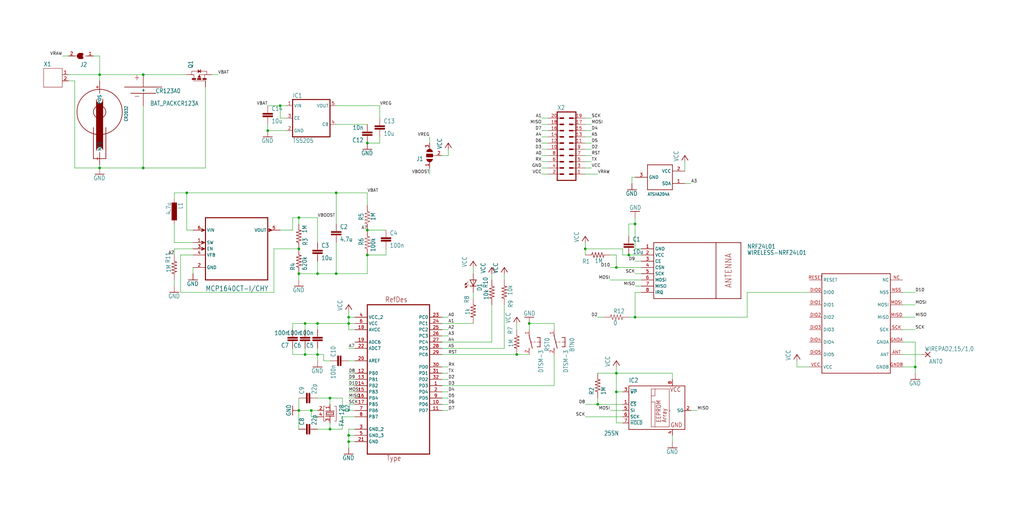
<source format=kicad_sch>
(kicad_sch (version 20230121) (generator eeschema)
  (paper "User" 417.779 210.007)
  (junction (at 40.64 30.48))
  (junction (at 127 167.64))
  (junction (at 210.82 144.78))
  (junction (at 109.22 53.34))
  (junction (at 149.86 93.98))
  (junction (at 259.08 91.44))
  (junction (at 259.08 129.54))
  (junction (at 149.86 58.42))
  (junction (at 238.76 101.6))
  (junction (at 142.24 180.34))
  (junction (at 58.42 30.48))
  (junction (at 124.46 144.78))
  (junction (at 129.54 132.08))
  (junction (at 243.84 165.1))
  (junction (at 134.62 175.26))
  (junction (at 114.3 43.18))
  (junction (at 142.24 132.08))
  (junction (at 76.2 78.74))
  (junction (at 134.62 162.56))
  (junction (at 137.16 111.76))
  (junction (at 137.16 78.74))
  (junction (at 124.46 132.08))
  (junction (at 256.54 104.14))
  (junction (at 215.9 132.08))
  (junction (at 251.46 109.22))
  (junction (at 149.86 104.14))
  (junction (at 121.92 111.76))
  (junction (at 251.46 152.4))
  (junction (at 373.38 149.86))
  (junction (at 129.54 144.78))
  (junction (at 121.92 101.6))
  (junction (at 121.92 88.9))
  (junction (at 58.42 68.58))
  (junction (at 142.24 129.54))
  (junction (at 129.54 111.76))
  (junction (at 40.64 68.58))
  (junction (at 121.92 167.64))
  (junction (at 142.24 177.8))
  (junction (at 251.46 160.02))
  (wire (pts (xy 124.46 132.08) (xy 119.38 132.08)) (stroke (width 0.1524)))
  (wire (pts (xy 254 165.1) (xy 243.84 165.1)) (stroke (width 0.1524)))
  (wire (pts (xy 238.76 58.42) (xy 241.3 58.42)) (stroke (width 0.1524)))
  (wire (pts (xy 58.42 68.58) (xy 83.82 68.58)) (stroke (width 0.1524)))
  (wire (pts (xy 83.82 68.58) (xy 83.82 35.56)) (stroke (width 0.1524)))
  (wire (pts (xy 238.76 71.12) (xy 243.84 71.12)) (stroke (width 0.1524)))
  (wire (pts (xy 129.54 170.18) (xy 127 170.18)) (stroke (width 0.1524)))
  (wire (pts (xy 30.48 33.02) (xy 30.48 68.58)) (stroke (width 0.1524)))
  (wire (pts (xy 144.78 177.8) (xy 142.24 177.8)) (stroke (width 0.1524)))
  (wire (pts (xy 200.66 111.76) (xy 200.66 114.3)) (stroke (width 0.1524)))
  (wire (pts (xy 251.46 172.72) (xy 251.46 160.02)) (stroke (width 0.1524)))
  (wire (pts (xy 142.24 175.26) (xy 142.24 177.8)) (stroke (width 0.1524)))
  (wire (pts (xy 157.48 101.6) (xy 157.48 104.14)) (stroke (width 0.1524)))
  (wire (pts (xy 129.54 132.08) (xy 124.46 132.08)) (stroke (width 0.1524)))
  (wire (pts (xy 144.78 170.18) (xy 139.7 170.18)) (stroke (width 0.1524)))
  (wire (pts (xy 144.78 162.56) (xy 142.24 162.56)) (stroke (width 0.1524)))
  (wire (pts (xy 109.22 43.18) (xy 114.3 43.18)) (stroke (width 0.1524)))
  (wire (pts (xy 137.16 50.8) (xy 149.86 50.8)) (stroke (width 0.1524)))
  (wire (pts (xy 144.78 167.64) (xy 139.7 167.64)) (stroke (width 0.1524)))
  (wire (pts (xy 223.52 50.8) (xy 220.98 50.8)) (stroke (width 0.1524)))
  (wire (pts (xy 144.78 157.48) (xy 142.24 157.48)) (stroke (width 0.1524)))
  (wire (pts (xy 238.76 50.8) (xy 241.3 50.8)) (stroke (width 0.1524)))
  (wire (pts (xy 274.32 152.4) (xy 251.46 152.4)) (stroke (width 0.1524)))
  (wire (pts (xy 254 172.72) (xy 251.46 172.72)) (stroke (width 0.1524)))
  (wire (pts (xy 254 104.14) (xy 254 101.6)) (stroke (width 0.1524)))
  (wire (pts (xy 180.34 157.48) (xy 226.06 157.48)) (stroke (width 0.1524)))
  (wire (pts (xy 119.38 88.9) (xy 121.92 88.9)) (stroke (width 0.1524)))
  (wire (pts (xy 121.92 88.9) (xy 121.92 91.44)) (stroke (width 0.1524)))
  (wire (pts (xy 129.54 167.64) (xy 127 167.64)) (stroke (width 0.1524)))
  (wire (pts (xy 238.76 55.88) (xy 241.3 55.88)) (stroke (width 0.1524)))
  (wire (pts (xy 78.74 111.76) (xy 78.74 109.22)) (stroke (width 0.1524)))
  (wire (pts (xy 330.2 149.86) (xy 325.12 149.86)) (stroke (width 0.1524)))
  (wire (pts (xy 124.46 132.08) (xy 124.46 134.62)) (stroke (width 0.1524)))
  (wire (pts (xy 71.12 78.74) (xy 71.12 81.28)) (stroke (width 0.1524)))
  (wire (pts (xy 238.76 53.34) (xy 241.3 53.34)) (stroke (width 0.1524)))
  (wire (pts (xy 132.08 144.78) (xy 129.54 144.78)) (stroke (width 0.1524)))
  (wire (pts (xy 111.76 119.38) (xy 73.66 119.38)) (stroke (width 0.1524)))
  (wire (pts (xy 71.12 101.6) (xy 71.12 104.14)) (stroke (width 0.1524)))
  (wire (pts (xy 246.38 129.54) (xy 243.84 129.54)) (stroke (width 0.1524)))
  (wire (pts (xy 223.52 71.12) (xy 220.98 71.12)) (stroke (width 0.1524)))
  (wire (pts (xy 251.46 109.22) (xy 248.92 109.22)) (stroke (width 0.1524)))
  (wire (pts (xy 251.46 160.02) (xy 254 160.02)) (stroke (width 0.1524)))
  (wire (pts (xy 243.84 165.1) (xy 238.76 165.1)) (stroke (width 0.1524)))
  (wire (pts (xy 129.54 106.68) (xy 129.54 111.76)) (stroke (width 0.1524)))
  (wire (pts (xy 238.76 101.6) (xy 238.76 104.14)) (stroke (width 0.1524)))
  (wire (pts (xy 180.34 142.24) (xy 205.74 142.24)) (stroke (width 0.1524)))
  (wire (pts (xy 215.9 132.08) (xy 215.9 134.62)) (stroke (width 0.1524)))
  (wire (pts (xy 243.84 152.4) (xy 251.46 152.4)) (stroke (width 0.1524)))
  (wire (pts (xy 259.08 91.44) (xy 259.08 101.6)) (stroke (width 0.1524)))
  (wire (pts (xy 368.3 134.62) (xy 373.38 134.62)) (stroke (width 0.1524)))
  (wire (pts (xy 119.38 144.78) (xy 124.46 144.78)) (stroke (width 0.1524)))
  (wire (pts (xy 261.62 111.76) (xy 259.08 111.76)) (stroke (width 0.1524)))
  (wire (pts (xy 40.64 67.31) (xy 40.64 68.58)) (stroke (width 0.1524)))
  (wire (pts (xy 157.48 104.14) (xy 149.86 104.14)) (stroke (width 0.1524)))
  (wire (pts (xy 111.76 101.6) (xy 111.76 119.38)) (stroke (width 0.1524)))
  (wire (pts (xy 180.34 132.08) (xy 193.04 132.08)) (stroke (width 0.1524)))
  (wire (pts (xy 40.64 30.48) (xy 58.42 30.48)) (stroke (width 0.1524)))
  (wire (pts (xy 121.92 167.64) (xy 121.92 175.26)) (stroke (width 0.1524)))
  (wire (pts (xy 274.32 154.94) (xy 274.32 152.4)) (stroke (width 0.1524)))
  (wire (pts (xy 259.08 119.38) (xy 259.08 129.54)) (stroke (width 0.1524)))
  (wire (pts (xy 256.54 104.14) (xy 261.62 104.14)) (stroke (width 0.1524)))
  (wire (pts (xy 121.92 162.56) (xy 121.92 167.64)) (stroke (width 0.1524)))
  (wire (pts (xy 180.34 165.1) (xy 182.88 165.1)) (stroke (width 0.1524)))
  (wire (pts (xy 149.86 93.98) (xy 157.48 93.98)) (stroke (width 0.1524)))
  (wire (pts (xy 259.08 101.6) (xy 261.62 101.6)) (stroke (width 0.1524)))
  (wire (pts (xy 144.78 175.26) (xy 142.24 175.26)) (stroke (width 0.1524)))
  (wire (pts (xy 205.74 142.24) (xy 205.74 124.46)) (stroke (width 0.1524)))
  (wire (pts (xy 254 170.18) (xy 238.76 170.18)) (stroke (width 0.1524)))
  (wire (pts (xy 71.12 116.84) (xy 71.12 114.3)) (stroke (width 0.1524)))
  (wire (pts (xy 154.94 58.42) (xy 149.86 58.42)) (stroke (width 0.1524)))
  (wire (pts (xy 137.16 78.74) (xy 149.86 78.74)) (stroke (width 0.1524)))
  (wire (pts (xy 129.54 144.78) (xy 129.54 147.32)) (stroke (width 0.1524)))
  (wire (pts (xy 248.92 104.14) (xy 251.46 104.14)) (stroke (width 0.1524)))
  (wire (pts (xy 119.38 142.24) (xy 119.38 144.78)) (stroke (width 0.1524)))
  (wire (pts (xy 137.16 78.74) (xy 76.2 78.74)) (stroke (width 0.1524)))
  (wire (pts (xy 281.94 167.64) (xy 284.48 167.64)) (stroke (width 0.1524)))
  (wire (pts (xy 238.76 48.26) (xy 241.3 48.26)) (stroke (width 0.1524)))
  (wire (pts (xy 223.52 60.96) (xy 220.98 60.96)) (stroke (width 0.1524)))
  (wire (pts (xy 180.34 63.5) (xy 182.88 63.5)) (stroke (width 0.1524)))
  (wire (pts (xy 58.42 68.58) (xy 58.42 43.18)) (stroke (width 0.1524)))
  (wire (pts (xy 134.62 147.32) (xy 132.08 147.32)) (stroke (width 0.1524)))
  (wire (pts (xy 182.88 129.54) (xy 180.34 129.54)) (stroke (width 0.1524)))
  (wire (pts (xy 27.94 33.02) (xy 30.48 33.02)) (stroke (width 0.1524)))
  (wire (pts (xy 180.34 152.4) (xy 182.88 152.4)) (stroke (width 0.1524)))
  (wire (pts (xy 114.3 93.98) (xy 119.38 93.98)) (stroke (width 0.1524)))
  (wire (pts (xy 134.62 175.26) (xy 129.54 175.26)) (stroke (width 0.1524)))
  (wire (pts (xy 368.3 119.38) (xy 373.38 119.38)) (stroke (width 0.1524)))
  (wire (pts (xy 180.34 167.64) (xy 182.88 167.64)) (stroke (width 0.1524)))
  (wire (pts (xy 368.3 139.7) (xy 373.38 139.7)) (stroke (width 0.1524)))
  (wire (pts (xy 180.34 139.7) (xy 200.66 139.7)) (stroke (width 0.1524)))
  (wire (pts (xy 139.7 167.64) (xy 139.7 162.56)) (stroke (width 0.1524)))
  (wire (pts (xy 144.78 129.54) (xy 142.24 129.54)) (stroke (width 0.1524)))
  (wire (pts (xy 144.78 154.94) (xy 142.24 154.94)) (stroke (width 0.1524)))
  (wire (pts (xy 139.7 162.56) (xy 134.62 162.56)) (stroke (width 0.1524)))
  (wire (pts (xy 129.54 111.76) (xy 121.92 111.76)) (stroke (width 0.1524)))
  (wire (pts (xy 180.34 162.56) (xy 182.88 162.56)) (stroke (width 0.1524)))
  (wire (pts (xy 180.34 149.86) (xy 182.88 149.86)) (stroke (width 0.1524)))
  (wire (pts (xy 254 167.64) (xy 248.92 167.64)) (stroke (width 0.1524)))
  (wire (pts (xy 193.04 109.22) (xy 193.04 111.76)) (stroke (width 0.1524)))
  (wire (pts (xy 78.74 93.98) (xy 76.2 93.98)) (stroke (width 0.1524)))
  (wire (pts (xy 180.34 137.16) (xy 182.88 137.16)) (stroke (width 0.1524)))
  (wire (pts (xy 226.06 132.08) (xy 215.9 132.08)) (stroke (width 0.1524)))
  (wire (pts (xy 373.38 149.86) (xy 373.38 139.7)) (stroke (width 0.1524)))
  (wire (pts (xy 142.24 129.54) (xy 142.24 127)) (stroke (width 0.1524)))
  (wire (pts (xy 154.94 55.88) (xy 154.94 58.42)) (stroke (width 0.1524)))
  (wire (pts (xy 373.38 152.4) (xy 373.38 149.86)) (stroke (width 0.1524)))
  (wire (pts (xy 223.52 66.04) (xy 220.98 66.04)) (stroke (width 0.1524)))
  (wire (pts (xy 256.54 104.14) (xy 254 104.14)) (stroke (width 0.1524)))
  (wire (pts (xy 368.3 149.86) (xy 373.38 149.86)) (stroke (width 0.1524)))
  (wire (pts (xy 144.78 160.02) (xy 142.24 160.02)) (stroke (width 0.1524)))
  (wire (pts (xy 304.8 129.54) (xy 259.08 129.54)) (stroke (width 0.1524)))
  (wire (pts (xy 238.76 60.96) (xy 241.3 60.96)) (stroke (width 0.1524)))
  (wire (pts (xy 40.64 22.86) (xy 40.64 30.48)) (stroke (width 0.1524)))
  (wire (pts (xy 137.16 99.06) (xy 137.16 111.76)) (stroke (width 0.1524)))
  (wire (pts (xy 261.62 119.38) (xy 259.08 119.38)) (stroke (width 0.1524)))
  (wire (pts (xy 58.42 30.48) (xy 76.2 30.48)) (stroke (width 0.1524)))
  (wire (pts (xy 121.92 101.6) (xy 111.76 101.6)) (stroke (width 0.1524)))
  (wire (pts (xy 38.1 22.86) (xy 40.64 22.86)) (stroke (width 0.1524)))
  (wire (pts (xy 144.78 134.62) (xy 142.24 134.62)) (stroke (width 0.1524)))
  (wire (pts (xy 40.64 33.02) (xy 40.64 30.48)) (stroke (width 0.1524)))
  (wire (pts (xy 114.3 43.18) (xy 116.84 43.18)) (stroke (width 0.1524)))
  (wire (pts (xy 139.7 170.18) (xy 139.7 175.26)) (stroke (width 0.1524)))
  (wire (pts (xy 256.54 91.44) (xy 259.08 91.44)) (stroke (width 0.1524)))
  (wire (pts (xy 274.32 180.34) (xy 274.32 177.8)) (stroke (width 0.1524)))
  (wire (pts (xy 259.08 116.84) (xy 261.62 116.84)) (stroke (width 0.1524)))
  (wire (pts (xy 73.66 119.38) (xy 73.66 104.14)) (stroke (width 0.1524)))
  (wire (pts (xy 137.16 91.44) (xy 137.16 78.74)) (stroke (width 0.1524)))
  (wire (pts (xy 116.84 48.26) (xy 114.3 48.26)) (stroke (width 0.1524)))
  (wire (pts (xy 257.81 72.39) (xy 257.81 74.93)) (stroke (width 0.1524)))
  (wire (pts (xy 121.92 88.9) (xy 129.54 88.9)) (stroke (width 0.1524)))
  (wire (pts (xy 134.62 162.56) (xy 134.62 165.1)) (stroke (width 0.1524)))
  (wire (pts (xy 223.52 55.88) (xy 220.98 55.88)) (stroke (width 0.1524)))
  (wire (pts (xy 71.12 99.06) (xy 71.12 91.44)) (stroke (width 0.1524)))
  (wire (pts (xy 144.78 152.4) (xy 142.24 152.4)) (stroke (width 0.1524)))
  (wire (pts (xy 238.76 63.5) (xy 241.3 63.5)) (stroke (width 0.1524)))
  (wire (pts (xy 226.06 134.62) (xy 226.06 132.08)) (stroke (width 0.1524)))
  (wire (pts (xy 129.54 142.24) (xy 129.54 144.78)) (stroke (width 0.1524)))
  (wire (pts (xy 243.84 162.56) (xy 243.84 165.1)) (stroke (width 0.1524)))
  (wire (pts (xy 78.74 101.6) (xy 71.12 101.6)) (stroke (width 0.1524)))
  (wire (pts (xy 259.08 72.39) (xy 257.81 72.39)) (stroke (width 0.1524)))
  (wire (pts (xy 180.34 154.94) (xy 182.88 154.94)) (stroke (width 0.1524)))
  (wire (pts (xy 259.08 106.68) (xy 261.62 106.68)) (stroke (width 0.1524)))
  (wire (pts (xy 30.48 68.58) (xy 40.64 68.58)) (stroke (width 0.1524)))
  (wire (pts (xy 27.94 30.48) (xy 40.64 30.48)) (stroke (width 0.1524)))
  (wire (pts (xy 124.46 142.24) (xy 124.46 144.78)) (stroke (width 0.1524)))
  (wire (pts (xy 304.8 119.38) (xy 304.8 129.54)) (stroke (width 0.1524)))
  (wire (pts (xy 223.52 53.34) (xy 220.98 53.34)) (stroke (width 0.1524)))
  (wire (pts (xy 248.92 114.3) (xy 261.62 114.3)) (stroke (width 0.1524)))
  (wire (pts (xy 238.76 101.6) (xy 238.76 99.06)) (stroke (width 0.1524)))
  (wire (pts (xy 144.78 132.08) (xy 142.24 132.08)) (stroke (width 0.1524)))
  (wire (pts (xy 142.24 134.62) (xy 142.24 132.08)) (stroke (width 0.1524)))
  (wire (pts (xy 27.94 22.86) (xy 25.4 22.86)) (stroke (width 0.1524)))
  (wire (pts (xy 149.86 78.74) (xy 149.86 83.82)) (stroke (width 0.1524)))
  (wire (pts (xy 76.2 93.98) (xy 76.2 78.74)) (stroke (width 0.1524)))
  (wire (pts (xy 175.26 58.42) (xy 175.26 55.88)) (stroke (width 0.1524)))
  (wire (pts (xy 142.24 132.08) (xy 129.54 132.08)) (stroke (width 0.1524)))
  (wire (pts (xy 223.52 58.42) (xy 220.98 58.42)) (stroke (width 0.1524)))
  (wire (pts (xy 223.52 63.5) (xy 220.98 63.5)) (stroke (width 0.1524)))
  (wire (pts (xy 238.76 68.58) (xy 241.3 68.58)) (stroke (width 0.1524)))
  (wire (pts (xy 205.74 111.76) (xy 205.74 114.3)) (stroke (width 0.1524)))
  (wire (pts (xy 154.94 43.18) (xy 154.94 48.26)) (stroke (width 0.1524)))
  (wire (pts (xy 86.36 30.48) (xy 88.9 30.48)) (stroke (width 0.1524)))
  (wire (pts (xy 137.16 43.18) (xy 154.94 43.18)) (stroke (width 0.1524)))
  (wire (pts (xy 226.06 157.48) (xy 226.06 144.78)) (stroke (width 0.1524)))
  (wire (pts (xy 114.3 48.26) (xy 114.3 43.18)) (stroke (width 0.1524)))
  (wire (pts (xy 109.22 53.34) (xy 116.84 53.34)) (stroke (width 0.1524)))
  (wire (pts (xy 251.46 109.22) (xy 261.62 109.22)) (stroke (width 0.1524)))
  (wire (pts (xy 142.24 180.34) (xy 142.24 182.88)) (stroke (width 0.1524)))
  (wire (pts (xy 129.54 132.08) (xy 129.54 134.62)) (stroke (width 0.1524)))
  (wire (pts (xy 210.82 144.78) (xy 180.34 144.78)) (stroke (width 0.1524)))
  (wire (pts (xy 127 167.64) (xy 121.92 167.64)) (stroke (width 0.1524)))
  (wire (pts (xy 259.08 91.44) (xy 259.08 88.9)) (stroke (width 0.1524)))
  (wire (pts (xy 254 101.6) (xy 238.76 101.6)) (stroke (width 0.1524)))
  (wire (pts (xy 137.16 111.76) (xy 129.54 111.76)) (stroke (width 0.1524)))
  (wire (pts (xy 144.78 180.34) (xy 142.24 180.34)) (stroke (width 0.1524)))
  (wire (pts (xy 144.78 147.32) (xy 142.24 147.32)) (stroke (width 0.1524)))
  (wire (pts (xy 78.74 99.06) (xy 71.12 99.06)) (stroke (width 0.1524)))
  (wire (pts (xy 134.62 162.56) (xy 129.54 162.56)) (stroke (width 0.1524)))
  (wire (pts (xy 119.38 132.08) (xy 119.38 134.62)) (stroke (width 0.1524)))
  (wire (pts (xy 193.04 121.92) (xy 193.04 119.38)) (stroke (width 0.1524)))
  (wire (pts (xy 182.88 63.5) (xy 182.88 60.96)) (stroke (width 0.1524)))
  (wire (pts (xy 73.66 104.14) (xy 78.74 104.14)) (stroke (width 0.1524)))
  (wire (pts (xy 149.86 111.76) (xy 149.86 104.14)) (stroke (width 0.1524)))
  (wire (pts (xy 259.08 129.54) (xy 256.54 129.54)) (stroke (width 0.1524)))
  (wire (pts (xy 210.82 132.08) (xy 210.82 134.62)) (stroke (width 0.1524)))
  (wire (pts (xy 129.54 88.9) (xy 129.54 99.06)) (stroke (width 0.1524)))
  (wire (pts (xy 279.4 74.93) (xy 281.94 74.93)) (stroke (width 0.1524)))
  (wire (pts (xy 368.3 144.78) (xy 375.92 144.78)) (stroke (width 0.1524)))
  (wire (pts (xy 134.62 175.26) (xy 134.62 172.72)) (stroke (width 0.1524)))
  (wire (pts (xy 109.22 50.8) (xy 109.22 53.34)) (stroke (width 0.1524)))
  (wire (pts (xy 142.24 132.08) (xy 142.24 129.54)) (stroke (width 0.1524)))
  (wire (pts (xy 127 170.18) (xy 127 167.64)) (stroke (width 0.1524)))
  (wire (pts (xy 223.52 68.58) (xy 220.98 68.58)) (stroke (width 0.1524)))
  (wire (pts (xy 144.78 142.24) (xy 142.24 142.24)) (stroke (width 0.1524)))
  (wire (pts (xy 76.2 78.74) (xy 71.12 78.74)) (stroke (width 0.1524)))
  (wire (pts (xy 144.78 165.1) (xy 142.24 165.1)) (stroke (width 0.1524)))
  (wire (pts (xy 210.82 144.78) (xy 215.9 144.78)) (stroke (width 0.1524)))
  (wire (pts (xy 368.3 124.46) (xy 373.38 124.46)) (stroke (width 0.1524)))
  (wire (pts (xy 330.2 119.38) (xy 304.8 119.38)) (stroke (width 0.1524)))
  (wire (pts (xy 256.54 96.52) (xy 256.54 91.44)) (stroke (width 0.1524)))
  (wire (pts (xy 132.08 147.32) (xy 132.08 144.78)) (stroke (width 0.1524)))
  (wire (pts (xy 180.34 160.02) (xy 182.88 160.02)) (stroke (width 0.1524)))
  (wire (pts (xy 368.3 129.54) (xy 373.38 129.54)) (stroke (width 0.1524)))
  (wire (pts (xy 58.42 68.58) (xy 40.64 68.58)) (stroke (width 0.1524)))
  (wire (pts (xy 121.92 114.3) (xy 121.92 111.76)) (stroke (width 0.1524)))
  (wire (pts (xy 200.66 139.7) (xy 200.66 124.46)) (stroke (width 0.1524)))
  (wire (pts (xy 279.4 69.85) (xy 279.4 66.04)) (stroke (width 0.1524)))
  (wire (pts (xy 251.46 152.4) (xy 251.46 160.02)) (stroke (width 0.1524)))
  (wire (pts (xy 325.12 149.86) (xy 325.12 147.32)) (stroke (width 0.1524)))
  (wire (pts (xy 238.76 66.04) (xy 241.3 66.04)) (stroke (width 0.1524)))
  (wire (pts (xy 142.24 177.8) (xy 142.24 180.34)) (stroke (width 0.1524)))
  (wire (pts (xy 223.52 48.26) (xy 220.98 48.26)) (stroke (width 0.1524)))
  (wire (pts (xy 251.46 152.4) (xy 251.46 149.86)) (stroke (width 0.1524)))
  (wire (pts (xy 139.7 175.26) (xy 134.62 175.26)) (stroke (width 0.1524)))
  (wire (pts (xy 251.46 104.14) (xy 251.46 109.22)) (stroke (width 0.1524)))
  (wire (pts (xy 137.16 111.76) (xy 149.86 111.76)) (stroke (width 0.1524)))
  (wire (pts (xy 124.46 144.78) (xy 129.54 144.78)) (stroke (width 0.1524)))
  (wire (pts (xy 180.34 134.62) (xy 182.88 134.62)) (stroke (width 0.1524)))
  (wire (pts (xy 175.26 68.58) (xy 175.26 71.12)) (stroke (width 0.1524)))
  (wire (pts (xy 119.38 93.98) (xy 119.38 88.9)) (stroke (width 0.1524)))
  (label "TX" (at 241.3 66.04 0) (effects (font (size 1.2446 1.2446))))
  (label "VREG" (at 154.94 43.18 0) (effects (font (size 1.2446 1.2446))))
  (label "MOSI" (at 142.24 160.02 0) (effects (font (size 1.2446 1.2446))))
  (label "D9" (at 142.24 154.94 0) (effects (font (size 1.2446 1.2446))))
  (label "A4" (at 220.98 55.88 180) (effects (font (size 1.2446 1.2446))))
  (label "A7" (at 149.86 93.98 180) (effects (font (size 1.2446 1.2446))))
  (label "RST" (at 182.88 144.78 0) (effects (font (size 1.2446 1.2446))))
  (label "TX" (at 182.88 152.4 0) (effects (font (size 1.2446 1.2446))))
  (label "SCK" (at 241.3 48.26 0) (effects (font (size 1.2446 1.2446))))
  (label "SCK" (at 238.76 170.18 180) (effects (font (size 1.2446 1.2446))))
  (label "VBAT" (at 109.22 43.18 180) (effects (font (size 1.2446 1.2446))))
  (label "D2" (at 182.88 154.94 0) (effects (font (size 1.2446 1.2446))))
  (label "A4" (at 182.88 139.7 0) (effects (font (size 1.2446 1.2446))))
  (label "SCK" (at 373.38 134.62 0) (effects (font (size 1.2446 1.2446))))
  (label "RX" (at 220.98 66.04 180) (effects (font (size 1.2446 1.2446))))
  (label "D3" (at 220.98 60.96 180) (effects (font (size 1.2446 1.2446))))
  (label "MISO" (at 220.98 50.8 180) (effects (font (size 1.2446 1.2446))))
  (label "MISO" (at 259.08 116.84 180) (effects (font (size 1.2446 1.2446))))
  (label "VRAW" (at 25.4 22.86 180) (effects (font (size 1.2446 1.2446))))
  (label "D5" (at 182.88 162.56 0) (effects (font (size 1.2446 1.2446))))
  (label "RX" (at 182.88 149.86 0) (effects (font (size 1.2446 1.2446))))
  (label "D4" (at 241.3 53.34 0) (effects (font (size 1.2446 1.2446))))
  (label "MOSI" (at 248.92 114.3 180) (effects (font (size 1.2446 1.2446))))
  (label "D6" (at 182.88 165.1 0) (effects (font (size 1.2446 1.2446))))
  (label "VBAT" (at 149.86 78.74 0) (effects (font (size 1.2446 1.2446))))
  (label "A1" (at 182.88 132.08 0) (effects (font (size 1.2446 1.2446))))
  (label "A0" (at 182.88 129.54 0) (effects (font (size 1.2446 1.2446))))
  (label "GND" (at 220.98 68.58 180) (effects (font (size 1.2446 1.2446))))
  (label "SCK" (at 142.24 165.1 0) (effects (font (size 1.2446 1.2446))))
  (label "VBAT" (at 88.9 30.48 0) (effects (font (size 1.2446 1.2446))))
  (label "SCK" (at 259.08 111.76 180) (effects (font (size 1.2446 1.2446))))
  (label "A1" (at 220.98 48.26 180) (effects (font (size 1.2446 1.2446))))
  (label "VCC" (at 241.3 68.58 0) (effects (font (size 1.2446 1.2446))))
  (label "MOSI" (at 373.38 124.46 0) (effects (font (size 1.2446 1.2446))))
  (label "A5" (at 182.88 142.24 0) (effects (font (size 1.2446 1.2446))))
  (label "MISO" (at 284.48 167.64 0) (effects (font (size 1.2446 1.2446))))
  (label "D7" (at 182.88 167.64 0) (effects (font (size 1.2446 1.2446))))
  (label "A2" (at 182.88 134.62 0) (effects (font (size 1.2446 1.2446))))
  (label "A5" (at 241.3 55.88 0) (effects (font (size 1.2446 1.2446))))
  (label "VCC" (at 220.98 71.12 180) (effects (font (size 1.2446 1.2446))))
  (label "MISO" (at 142.24 162.56 0) (effects (font (size 1.2446 1.2446))))
  (label "D4" (at 182.88 160.02 0) (effects (font (size 1.2446 1.2446))))
  (label "A0" (at 220.98 63.5 180) (effects (font (size 1.2446 1.2446))))
  (label "D10" (at 142.24 157.48 0) (effects (font (size 1.2446 1.2446))))
  (label "D8" (at 238.76 165.1 180) (effects (font (size 1.2446 1.2446))))
  (label "D3" (at 182.88 157.48 0) (effects (font (size 1.2446 1.2446))))
  (label "D10" (at 373.38 119.38 0) (effects (font (size 1.2446 1.2446))))
  (label "D9" (at 259.08 106.68 180) (effects (font (size 1.2446 1.2446))))
  (label "A7" (at 142.24 142.24 0) (effects (font (size 1.2446 1.2446))))
  (label "VBOOST" (at 175.26 71.12 180) (effects (font (size 1.2446 1.2446))))
  (label "D7" (at 220.98 53.34 180) (effects (font (size 1.2446 1.2446))))
  (label "VREG" (at 175.26 55.88 180) (effects (font (size 1.2446 1.2446))))
  (label "MISO" (at 373.38 129.54 0) (effects (font (size 1.2446 1.2446))))
  (label "VBOOST" (at 129.54 88.9 0) (effects (font (size 1.2446 1.2446))))
  (label "D2" (at 243.84 129.54 180) (effects (font (size 1.2446 1.2446))))
  (label "RST" (at 241.3 63.5 0) (effects (font (size 1.2446 1.2446))))
  (label "D2" (at 241.3 60.96 0) (effects (font (size 1.2446 1.2446))))
  (label "A2" (at 71.12 104.14 180) (effects (font (size 1.2446 1.2446))))
  (label "MOSI" (at 241.3 50.8 0) (effects (font (size 1.2446 1.2446))))
  (label "D6" (at 220.98 58.42 180) (effects (font (size 1.2446 1.2446))))
  (label "A3" (at 182.88 137.16 0) (effects (font (size 1.2446 1.2446))))
  (label "A3" (at 281.94 74.93 0) (effects (font (size 1.2446 1.2446))))
  (label "VRAW" (at 243.84 71.12 0) (effects (font (size 1.2446 1.2446))))
  (label "D10" (at 248.92 109.22 180) (effects (font (size 1.2446 1.2446))))
  (label "D5" (at 241.3 58.42 0) (effects (font (size 1.2446 1.2446))))
  (label "D8" (at 142.24 152.4 0) (effects (font (size 1.2446 1.2446))))
  (label "MOSI" (at 248.92 167.64 180) (effects (font (size 1.2446 1.2446))))
  (symbol (lib_id "MySMotherboard-eagle-import:R-US_R0603") (at 193.04 127 270) (unit 1)
    (property "Reference" "R8" (at 189.4586 120.65 0) (effects (font (size 1.778 1.5113)) (justify left bottom)))
    (property "Value" "1k" (at 189.738 125.73 0) (effects (font (size 1.778 1.5113)) (justify left bottom)))
    (property "Footprint" "MySMotherboard:R0603" (effects hide))
  )
  (symbol (lib_id "MySMotherboard-eagle-import:RFM69HW") (at 350.52 119.38 0) (unit 1)
    (property "Reference" "RFM69W0" (effects hide))
    (property "Value" "RFM69HW" (effects hide))
    (property "Footprint" "MySMotherboard:RFM" (effects hide))
  )
  (symbol (lib_id "MySMotherboard-eagle-import:RESISTOR0603-RES") (at 149.86 99.06 90) (unit 1)
    (property "Reference" "R6" (at 148.3614 100.33 0) (effects (font (size 1.778 1.5113)) (justify left bottom)))
    (property "Value" "100k" (at 153.162 102.87 0) (effects (font (size 1.778 1.5113)) (justify left bottom)))
    (property "Footprint" "MySMotherboard:0603-RES" (effects hide))
  )
  (symbol (lib_id "MySMotherboard-eagle-import:BAT_PACKCR123A") (at 58.42 38.1 0) (unit 1)
    (property "Reference" "CR123A0" (at 68.58 38.1 0) (effects (font (size 1.778 1.5113)) (justify bottom)))
    (property "Value" "BAT_PACKCR123A" (at 71.12 43.18 0) (effects (font (size 1.778 1.5113)) (justify bottom)))
    (property "Footprint" "MySMotherboard:BH123A" (effects hide))
  )
  (symbol (lib_id "MySMotherboard-eagle-import:VCC") (at 205.74 109.22 0) (unit 1)
    (property "Reference" "#P+8" (effects hide))
    (property "Value" "VCC" (at 203.2 111.76 90) (effects (font (size 1.778 1.5113)) (justify left bottom)))
  )
  (symbol (lib_id "MySMotherboard-eagle-import:R-US_R0603") (at 243.84 104.14 0) (unit 1)
    (property "Reference" "R1" (at 237.49 107.7214 0) (effects (font (size 1.778 1.5113)) (justify left bottom)))
    (property "Value" "1M" (at 242.57 107.442 0) (effects (font (size 1.778 1.5113)) (justify left bottom)))
    (property "Footprint" "MySMotherboard:R0603" (effects hide))
  )
  (symbol (lib_id "MySMotherboard-eagle-import:C-EUC0603K") (at 154.94 50.8 0) (unit 1)
    (property "Reference" "C13" (at 156.464 50.419 0) (effects (font (size 1.778 1.5113)) (justify left bottom)))
    (property "Value" "10u" (at 156.464 55.499 0) (effects (font (size 1.778 1.5113)) (justify left bottom)))
    (property "Footprint" "MySMotherboard:C0603K" (effects hide))
  )
  (symbol (lib_id "MySMotherboard-eagle-import:GND") (at 257.81 77.47 0) (unit 1)
    (property "Reference" "#GND2" (effects hide))
    (property "Value" "GND" (at 255.27 80.01 0) (effects (font (size 1.778 1.5113)) (justify left bottom)))
  )
  (symbol (lib_id "MySMotherboard-eagle-import:VCC") (at 200.66 109.22 0) (unit 1)
    (property "Reference" "#P+7" (effects hide))
    (property "Value" "VCC" (at 198.12 111.76 90) (effects (font (size 1.778 1.5113)) (justify left bottom)))
  )
  (symbol (lib_id "MySMotherboard-eagle-import:VCC") (at 251.46 147.32 0) (unit 1)
    (property "Reference" "#P+4" (effects hide))
    (property "Value" "VCC" (at 248.92 149.86 90) (effects (font (size 1.778 1.5113)) (justify left bottom)))
  )
  (symbol (lib_id "MySMotherboard-eagle-import:SJ2W") (at 175.26 63.5 180) (unit 1)
    (property "Reference" "J1" (at 172.72 63.881 0) (effects (font (size 1.778 1.5113)) (justify left bottom)))
    (property "Value" "SJ2W" (effects hide))
    (property "Footprint" "MySMotherboard:SJ_2" (effects hide))
  )
  (symbol (lib_id "MySMotherboard-eagle-import:WIREPAD2,15/1,0") (at 378.46 144.78 180) (unit 1)
    (property "Reference" "ANT0" (at 384.683 146.6342 0) (effects (font (size 1.778 1.5113)) (justify left bottom)))
    (property "Value" "WIREPAD2,15/1,0" (at 397.383 141.478 0) (effects (font (size 1.778 1.5113)) (justify left bottom)))
    (property "Footprint" "MySMotherboard:2,15_1,0" (effects hide))
  )
  (symbol (lib_id "MySMotherboard-eagle-import:C-EUC0402") (at 119.38 139.7 180) (unit 1)
    (property "Reference" "C7" (at 117.856 140.081 0) (effects (font (size 1.778 1.5113)) (justify left bottom)))
    (property "Value" "100n" (at 117.856 135.001 0) (effects (font (size 1.778 1.5113)) (justify left bottom)))
    (property "Footprint" "MySMotherboard:C0402" (effects hide))
  )
  (symbol (lib_id "MySMotherboard-eagle-import:R-US_R0603") (at 121.92 96.52 90) (unit 1)
    (property "Reference" "R3" (at 125.5014 100.33 0) (effects (font (size 1.778 1.5113)) (justify left bottom)))
    (property "Value" "1M" (at 125.222 95.25 0) (effects (font (size 1.778 1.5113)) (justify left bottom)))
    (property "Footprint" "MySMotherboard:R0603" (effects hide))
  )
  (symbol (lib_id "MySMotherboard-eagle-import:C-EUC0603K") (at 137.16 93.98 0) (unit 1)
    (property "Reference" "C2" (at 138.684 93.599 0) (effects (font (size 1.778 1.5113)) (justify left bottom)))
    (property "Value" "4.7u" (at 138.684 98.679 0) (effects (font (size 1.778 1.5113)) (justify left bottom)))
    (property "Footprint" "MySMotherboard:C0603K" (effects hide))
  )
  (symbol (lib_id "MySMotherboard-eagle-import:WIRELESS-NRF24L01") (at 284.48 111.76 0) (unit 1)
    (property "Reference" "NRF24L01" (at 304.8 101.6 0) (effects (font (size 1.778 1.5113)) (justify left bottom)))
    (property "Value" "WIRELESS-NRF24L01" (at 304.8 104.14 0) (effects (font (size 1.778 1.5113)) (justify left bottom)))
    (property "Footprint" "MySMotherboard:WIRELESS-NRF24L01" (effects hide))
  )
  (symbol (lib_id "MySMotherboard-eagle-import:VCC") (at 210.82 129.54 0) (unit 1)
    (property "Reference" "#P+6" (effects hide))
    (property "Value" "VCC" (at 208.28 132.08 90) (effects (font (size 1.778 1.5113)) (justify left bottom)))
  )
  (symbol (lib_id "MySMotherboard-eagle-import:CAP0402-CAP") (at 127 175.26 90) (unit 1)
    (property "Reference" "C8" (at 124.079 173.736 0) (effects (font (size 1.778 1.5113)) (justify left bottom)))
    (property "Value" "22p" (at 129.159 173.736 0) (effects (font (size 1.778 1.5113)) (justify left bottom)))
    (property "Footprint" "MySMotherboard:0402-CAP" (effects hide))
  )
  (symbol (lib_id "MySMotherboard-eagle-import:C-EUC0402") (at 124.46 139.7 180) (unit 1)
    (property "Reference" "C6" (at 122.936 140.081 0) (effects (font (size 1.778 1.5113)) (justify left bottom)))
    (property "Value" "100n" (at 122.936 135.001 0) (effects (font (size 1.778 1.5113)) (justify left bottom)))
    (property "Footprint" "MySMotherboard:C0402" (effects hide))
  )
  (symbol (lib_id "MySMotherboard-eagle-import:FA-128") (at 134.62 167.64 270) (unit 1)
    (property "Reference" "Q2" (at 140.716 165.1 0) (effects (font (size 1.778 1.5113)) (justify left bottom)))
    (property "Value" "FA-128" (at 138.43 165.1 0) (effects (font (size 1.778 1.5113)) (justify left bottom)))
    (property "Footprint" "MySMotherboard:FA-128" (effects hide))
  )
  (symbol (lib_id "MySMotherboard-eagle-import:L-EUL3225P") (at 71.12 86.36 180) (unit 1)
    (property "Reference" "L1" (at 72.6186 82.55 90) (effects (font (size 1.778 1.5113)) (justify left bottom)))
    (property "Value" "4.7u" (at 67.818 82.55 90) (effects (font (size 1.778 1.5113)) (justify left bottom)))
    (property "Footprint" "MySMotherboard:L3225P" (effects hide))
  )
  (symbol (lib_id "MySMotherboard-eagle-import:C-EUC0603K") (at 129.54 101.6 0) (unit 1)
    (property "Reference" "C3" (at 131.064 101.219 0) (effects (font (size 1.778 1.5113)) (justify left bottom)))
    (property "Value" "10u" (at 131.064 106.299 0) (effects (font (size 1.778 1.5113)) (justify left bottom)))
    (property "Footprint" "MySMotherboard:C0603K" (effects hide))
  )
  (symbol (lib_id "MySMotherboard-eagle-import:R-US_R0603") (at 71.12 109.22 270) (unit 1)
    (property "Reference" "R11" (at 67.5386 102.87 0) (effects (font (size 1.778 1.5113)) (justify left bottom)))
    (property "Value" "1M" (at 67.818 107.95 0) (effects (font (size 1.778 1.5113)) (justify left bottom)))
    (property "Footprint" "MySMotherboard:R0603" (effects hide))
  )
  (symbol (lib_id "MySMotherboard-eagle-import:VCC") (at 279.4 63.5 0) (unit 1)
    (property "Reference" "#P+1" (effects hide))
    (property "Value" "VCC" (at 276.86 66.04 90) (effects (font (size 1.778 1.5113)) (justify left bottom)))
  )
  (symbol (lib_id "MySMotherboard-eagle-import:DTSM-3") (at 226.06 139.7 180) (unit 1)
    (property "Reference" "BTN0" (at 232.41 137.795 90) (effects (font (size 1.778 1.5113)) (justify left bottom)))
    (property "Value" "DTSM-3" (at 229.87 142.875 90) (effects (font (size 1.778 1.5113)) (justify left bottom)))
    (property "Footprint" "MySMotherboard:DTSM-3" (effects hide))
  )
  (symbol (lib_id "MySMotherboard-eagle-import:GND") (at 40.64 71.12 0) (unit 1)
    (property "Reference" "#GND12" (effects hide))
    (property "Value" "GND" (at 38.1 73.66 0) (effects (font (size 1.778 1.5113)) (justify left bottom)))
  )
  (symbol (lib_id "MySMotherboard-eagle-import:VCC") (at 193.04 106.68 0) (unit 1)
    (property "Reference" "#P+9" (effects hide))
    (property "Value" "VCC" (at 190.5 109.22 90) (effects (font (size 1.778 1.5113)) (justify left bottom)))
  )
  (symbol (lib_id "MySMotherboard-eagle-import:WA-BCPH_SMT_79527141") (at 40.64 45.72 270) (unit 1)
    (property "Reference" "CR2032" (at 50.8 43.18 0) (effects (font (size 1.27 1.0795)) (justify left bottom)))
    (property "Value" "WA-BCPH_SMT_79527141" (effects hide))
    (property "Footprint" "MySMotherboard:79527141" (effects hide))
  )
  (symbol (lib_id "MySMotherboard-eagle-import:GND") (at 373.38 154.94 0) (unit 1)
    (property "Reference" "#GND14" (effects hide))
    (property "Value" "GND" (at 370.84 157.48 0) (effects (font (size 1.778 1.5113)) (justify left bottom)))
  )
  (symbol (lib_id "MySMotherboard-eagle-import:C-EUC0402") (at 139.7 147.32 270) (unit 1)
    (property "Reference" "C10" (at 135.001 141.224 0) (effects (font (size 1.778 1.5113)) (justify left bottom)))
    (property "Value" "100n" (at 135.001 148.844 0) (effects (font (size 1.778 1.5113)) (justify left bottom)))
    (property "Footprint" "MySMotherboard:C0402" (effects hide))
  )
  (symbol (lib_id "MySMotherboard-eagle-import:RESISTOR0603-RES") (at 251.46 129.54 0) (unit 1)
    (property "Reference" "R12" (at 250.19 128.0414 0) (effects (font (size 1.778 1.5113)) (justify left bottom)))
    (property "Value" "0" (at 250.19 132.842 0) (effects (font (size 1.778 1.5113)) (justify left bottom)))
    (property "Footprint" "MySMotherboard:0603-RES" (effects hide))
  )
  (symbol (lib_id "MySMotherboard-eagle-import:C-EUC0402") (at 129.54 139.7 180) (unit 1)
    (property "Reference" "C5" (at 128.016 140.081 0) (effects (font (size 1.778 1.5113)) (justify left bottom)))
    (property "Value" "100n" (at 128.016 135.001 0) (effects (font (size 1.778 1.5113)) (justify left bottom)))
    (property "Footprint" "MySMotherboard:C0402" (effects hide))
  )
  (symbol (lib_id "MySMotherboard-eagle-import:GND") (at 109.22 55.88 0) (unit 1)
    (property "Reference" "#GND10" (effects hide))
    (property "Value" "GND" (at 106.68 58.42 0) (effects (font (size 1.778 1.5113)) (justify left bottom)))
  )
  (symbol (lib_id "MySMotherboard-eagle-import:MA10-2") (at 231.14 60.96 0) (unit 1)
    (property "Reference" "X2" (at 227.33 44.958 0) (effects (font (size 1.778 1.5113)) (justify left bottom)))
    (property "Value" "MA10-2" (effects hide))
    (property "Footprint" "MySMotherboard:MA10-2" (effects hide))
  )
  (symbol (lib_id "MySMotherboard-eagle-import:VCC") (at 325.12 144.78 0) (unit 1)
    (property "Reference" "#P+10" (effects hide))
    (property "Value" "VCC" (at 322.58 147.32 90) (effects (font (size 1.778 1.5113)) (justify left bottom)))
  )
  (symbol (lib_id "MySMotherboard-eagle-import:C-EUC0603K") (at 109.22 45.72 0) (unit 1)
    (property "Reference" "C14" (at 110.744 45.339 0) (effects (font (size 1.778 1.5113)) (justify left bottom)))
    (property "Value" "10u" (at 110.744 50.419 0) (effects (font (size 1.778 1.5113)) (justify left bottom)))
    (property "Footprint" "MySMotherboard:C0603K" (effects hide))
  )
  (symbol (lib_id "MySMotherboard-eagle-import:R-US_R0603") (at 210.82 139.7 270) (unit 1)
    (property "Reference" "R7" (at 207.2386 133.35 0) (effects (font (size 1.778 1.5113)) (justify left bottom)))
    (property "Value" "1M" (at 207.518 138.43 0) (effects (font (size 1.778 1.5113)) (justify left bottom)))
    (property "Footprint" "MySMotherboard:R0603" (effects hide))
  )
  (symbol (lib_id "MySMotherboard-eagle-import:SJ") (at 33.02 22.86 180) (unit 1)
    (property "Reference" "J2" (at 35.56 25.4 0) (effects (font (size 1.778 1.5113)) (justify left bottom)))
    (property "Value" "SJ" (effects hide))
    (property "Footprint" "MySMotherboard:SJ" (effects hide))
  )
  (symbol (lib_id "MySMotherboard-eagle-import:JST-PH2") (at 20.32 30.48 0) (unit 1)
    (property "Reference" "X1" (at 17.78 27.178 0) (effects (font (size 1.778 1.5113)) (justify left bottom)))
    (property "Value" "JST-PH2" (effects hide))
    (property "Footprint" "MySMotherboard:JST-PH2" (effects hide))
  )
  (symbol (lib_id "MySMotherboard-eagle-import:C-EUC0402") (at 157.48 96.52 0) (unit 1)
    (property "Reference" "C4" (at 159.004 96.139 0) (effects (font (size 1.778 1.5113)) (justify left bottom)))
    (property "Value" "100n" (at 159.004 101.219 0) (effects (font (size 1.778 1.5113)) (justify left bottom)))
    (property "Footprint" "MySMotherboard:C0402" (effects hide))
  )
  (symbol (lib_id "MySMotherboard-eagle-import:25SN") (at 266.7 167.64 0) (unit 1)
    (property "Reference" "IC2" (at 256.54 156.31 0) (effects (font (size 1.778 1.5113)) (justify left bottom)))
    (property "Value" "25SN" (at 246.38 177.9 0) (effects (font (size 1.778 1.5113)) (justify left bottom)))
    (property "Footprint" "MySMotherboard:SO-08" (effects hide))
  )
  (symbol (lib_id "MySMotherboard-eagle-import:PMOSSOT23") (at 81.28 30.48 90) (unit 1)
    (property "Reference" "Q1" (at 78.74 27.94 0) (effects (font (size 1.778 1.5113)) (justify left bottom)))
    (property "Value" "PMOSSOT23" (effects hide))
    (property "Footprint" "MySMotherboard:SOT-23" (effects hide))
  )
  (symbol (lib_id "MySMotherboard-eagle-import:R-US_R0603") (at 200.66 119.38 270) (unit 1)
    (property "Reference" "R10" (at 197.0786 113.03 0) (effects (font (size 1.778 1.5113)) (justify left bottom)))
    (property "Value" "10k" (at 197.358 118.11 0) (effects (font (size 1.778 1.5113)) (justify left bottom)))
    (property "Footprint" "MySMotherboard:R0603" (effects hide))
  )
  (symbol (lib_id "MySMotherboard-eagle-import:MCP1640CT-I/CHY") (at 96.52 99.06 0) (unit 1)
    (property "Reference" "IC4" (effects hide))
    (property "Value" "MCP1640CT-I/CHY" (at 83.7946 118.9736 0) (effects (font (size 2.0828 1.7703)) (justify left bottom)))
    (property "Footprint" "MySMotherboard:SOT95P270X145-6N" (effects hide))
  )
  (symbol (lib_id "MySMotherboard-eagle-import:VCC") (at 182.88 58.42 0) (unit 1)
    (property "Reference" "#P+2" (effects hide))
    (property "Value" "VCC" (at 180.34 60.96 90) (effects (font (size 1.778 1.5113)) (justify left bottom)))
  )
  (symbol (lib_id "MySMotherboard-eagle-import:VCC") (at 142.24 124.46 0) (unit 1)
    (property "Reference" "#P+3" (effects hide))
    (property "Value" "VCC" (at 139.7 127 90) (effects (font (size 1.778 1.5113)) (justify left bottom)))
  )
  (symbol (lib_id "MySMotherboard-eagle-import:GND") (at 142.24 185.42 0) (unit 1)
    (property "Reference" "#GND7" (effects hide))
    (property "Value" "GND" (at 139.7 187.96 0) (effects (font (size 1.778 1.5113)) (justify left bottom)))
  )
  (symbol (lib_id "MySMotherboard-eagle-import:GND") (at 78.74 114.3 0) (unit 1)
    (property "Reference" "#GND4" (effects hide))
    (property "Value" "GND" (at 76.2 116.84 0) (effects (font (size 1.778 1.5113)) (justify left bottom)))
  )
  (symbol (lib_id "MySMotherboard-eagle-import:GND") (at 71.12 119.38 0) (unit 1)
    (property "Reference" "#GND13" (effects hide))
    (property "Value" "GND" (at 68.58 121.92 0) (effects (font (size 1.778 1.5113)) (justify left bottom)))
  )
  (symbol (lib_id "MySMotherboard-eagle-import:GND") (at 215.9 129.54 180) (unit 1)
    (property "Reference" "#GND8" (effects hide))
    (property "Value" "GND" (at 218.44 127 0) (effects (font (size 1.778 1.5113)) (justify left bottom)))
  )
  (symbol (lib_id "MySMotherboard-eagle-import:R-US_R0603") (at 205.74 119.38 90) (unit 1)
    (property "Reference" "R9" (at 209.3214 125.73 0) (effects (font (size 1.778 1.5113)) (justify left bottom)))
    (property "Value" "10k" (at 209.042 120.65 0) (effects (font (size 1.778 1.5113)) (justify left bottom)))
    (property "Footprint" "MySMotherboard:R0603" (effects hide))
  )
  (symbol (lib_id "MySMotherboard-eagle-import:GND") (at 274.32 182.88 0) (unit 1)
    (property "Reference" "#GND3" (effects hide))
    (property "Value" "GND" (at 271.78 185.42 0) (effects (font (size 1.778 1.5113)) (justify left bottom)))
  )
  (symbol (lib_id "MySMotherboard-eagle-import:C-EUC0603K") (at 256.54 99.06 0) (unit 1)
    (property "Reference" "C1" (at 258.064 98.679 0) (effects (font (size 1.778 1.5113)) (justify left bottom)))
    (property "Value" "10u" (at 258.064 103.759 0) (effects (font (size 1.778 1.5113)) (justify left bottom)))
    (property "Footprint" "MySMotherboard:C0603K" (effects hide))
  )
  (symbol (lib_id "MySMotherboard-eagle-import:GND") (at 149.86 60.96 0) (unit 1)
    (property "Reference" "#GND11" (effects hide))
    (property "Value" "GND" (at 147.32 63.5 0) (effects (font (size 1.778 1.5113)) (justify left bottom)))
  )
  (symbol (lib_id "MySMotherboard-eagle-import:RESISTOR0603-RES") (at 149.86 88.9 90) (unit 1)
    (property "Reference" "R5" (at 148.3614 90.17 0) (effects (font (size 1.778 1.5113)) (justify left bottom)))
    (property "Value" "1M" (at 153.162 90.17 0) (effects (font (size 1.778 1.5113)) (justify left bottom)))
    (property "Footprint" "MySMotherboard:0603-RES" (effects hide))
  )
  (symbol (lib_id "MySMotherboard-eagle-import:C-EUC0402") (at 149.86 55.88 180) (unit 1)
    (property "Reference" "C12" (at 148.336 56.261 0) (effects (font (size 1.778 1.5113)) (justify left bottom)))
    (property "Value" "10n" (at 148.336 51.181 0) (effects (font (size 1.778 1.5113)) (justify left bottom)))
    (property "Footprint" "MySMotherboard:C0402" (effects hide))
  )
  (symbol (lib_id "MySMotherboard-eagle-import:ATMEGA328P-AU") (at 162.56 152.4 0) (unit 1)
    (property "Reference" "IC5" (effects hide))
    (property "Value" "ATMEGA328P-AU" (effects hide))
    (property "Footprint" "MySMotherboard:QFP80P900X900X120-32N" (effects hide))
  )
  (symbol (lib_id "MySMotherboard-eagle-import:GND") (at 121.92 116.84 0) (unit 1)
    (property "Reference" "#GND6" (effects hide))
    (property "Value" "GND" (at 119.38 119.38 0) (effects (font (size 1.778 1.5113)) (justify left bottom)))
  )
  (symbol (lib_id "MySMotherboard-eagle-import:TS5205") (at 127 48.26 0) (unit 1)
    (property "Reference" "IC1" (at 119.38 40.005 0) (effects (font (size 1.778 1.5113)) (justify left bottom)))
    (property "Value" "TS5205" (at 119.38 58.42 0) (effects (font (size 1.778 1.5113)) (justify left bottom)))
    (property "Footprint" "MySMotherboard:SOT25" (effects hide))
  )
  (symbol (lib_id "MySMotherboard-eagle-import:VCC") (at 238.76 96.52 0) (unit 1)
    (property "Reference" "#P+5" (effects hide))
    (property "Value" "VCC" (at 236.22 99.06 90) (effects (font (size 1.778 1.5113)) (justify left bottom)))
  )
  (symbol (lib_id "MySMotherboard-eagle-import:GND") (at 129.54 149.86 0) (unit 1)
    (property "Reference" "#GND5" (effects hide))
    (property "Value" "GND" (at 127 152.4 0) (effects (font (size 1.778 1.5113)) (justify left bottom)))
  )
  (symbol (lib_id "MySMotherboard-eagle-import:GND") (at 259.08 86.36 180) (unit 1)
    (property "Reference" "#GND1" (effects hide))
    (property "Value" "GND" (at 261.62 83.82 0) (effects (font (size 1.778 1.5113)) (justify left bottom)))
  )
  (symbol (lib_id "MySMotherboard-eagle-import:CAP0402-CAP") (at 127 162.56 90) (unit 1)
    (property "Reference" "C9" (at 124.079 161.036 0) (effects (font (size 1.778 1.5113)) (justify left bottom)))
    (property "Value" "22p" (at 129.159 161.036 0) (effects (font (size 1.778 1.5113)) (justify left bottom)))
    (property "Footprint" "MySMotherboard:0402-CAP" (effects hide))
  )
  (symbol (lib_id "MySMotherboard-eagle-import:R-US_R0603") (at 121.92 106.68 90) (unit 1)
    (property "Reference" "R4" (at 120.4214 110.49 0) (effects (font (size 1.778 1.5113)) (justify left bottom)))
    (property "Value" "620k" (at 125.222 110.49 0) (effects (font (size 1.778 1.5113)) (justify left bottom)))
    (property "Footprint" "MySMotherboard:R0603" (effects hide))
  )
  (symbol (lib_id "MySMotherboard-eagle-import:ATSHA204A") (at 269.24 72.39 0) (unit 1)
    (property "Reference" "IC3" (effects hide))
    (property "Value" "ATSHA204A" (at 264.16 80.01 0) (effects (font (size 1.27 1.0795)) (justify left bottom)))
    (property "Footprint" "MySMotherboard:SOT23" (effects hide))
  )
  (symbol (lib_id "MySMotherboard-eagle-import:R-US_R0603") (at 243.84 157.48 90) (unit 1)
    (property "Reference" "R2" (at 242.3414 161.29 0) (effects (font (size 1.778 1.5113)) (justify left bottom)))
    (property "Value" "1M" (at 247.142 161.29 0) (effects (font (size 1.778 1.5113)) (justify left bottom)))
    (property "Footprint" "MySMotherboard:R0603" (effects hide))
  )
  (symbol (lib_id "MySMotherboard-eagle-import:LEDCHIP-LED0805") (at 193.04 114.3 0) (unit 1)
    (property "Reference" "D1" (at 196.596 118.872 90) (effects (font (size 1.778 1.5113)) (justify left bottom)))
    (property "Value" "LEDCHIP-LED0805" (effects hide))
    (property "Footprint" "MySMotherboard:CHIP-LED0805" (effects hide))
  )
  (symbol (lib_id "MySMotherboard-eagle-import:GND") (at 119.38 167.64 270) (unit 1)
    (property "Reference" "#GND9" (effects hide))
    (property "Value" "GND" (at 116.84 165.1 0) (effects (font (size 1.778 1.5113)) (justify left bottom)))
  )
  (symbol (lib_id "MySMotherboard-eagle-import:DTSM-3") (at 215.9 139.7 180) (unit 1)
    (property "Reference" "RST0" (at 222.25 137.795 90) (effects (font (size 1.778 1.5113)) (justify left bottom)))
    (property "Value" "DTSM-3" (at 219.71 142.875 90) (effects (font (size 1.778 1.5113)) (justify left bottom)))
    (property "Footprint" "MySMotherboard:DTSM-3" (effects hide))
  )
)
</source>
